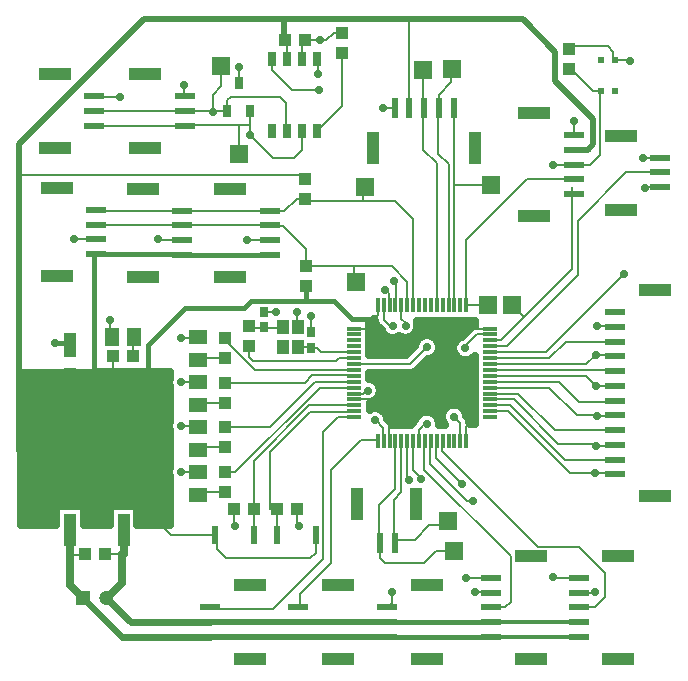
<source format=gbr>
G04 DipTrace 3.2.0.1*
G04 Top.gbr*
%MOIN*%
G04 #@! TF.FileFunction,Copper,L1,Top*
G04 #@! TF.Part,Single*
G04 #@! TA.AperFunction,Conductor*
%ADD14C,0.007874*%
%ADD15C,0.019685*%
%ADD16C,0.015748*%
G04 #@! TA.AperFunction,ViaPad*
%ADD17C,0.027559*%
G04 #@! TA.AperFunction,Conductor*
%ADD18C,0.023622*%
%ADD19C,0.011811*%
G04 #@! TA.AperFunction,CopperBalancing*
%ADD20C,0.025*%
%ADD22R,0.059055X0.059055*%
%ADD23R,0.021654X0.059055*%
%ADD24R,0.043307X0.03937*%
%ADD25R,0.03937X0.043307*%
%ADD26R,0.03937X0.07874*%
%ADD27R,0.027559X0.035433*%
%ADD29R,0.031496X0.041339*%
%ADD30R,0.059055X0.051181*%
%ADD31R,0.051181X0.059055*%
%ADD32R,0.110236X0.03937*%
%ADD33R,0.066929X0.023622*%
%ADD34R,0.03937X0.110236*%
%ADD35R,0.023622X0.066929*%
G04 #@! TA.AperFunction,ComponentPad*
%ADD36R,0.047244X0.047244*%
%ADD37C,0.047244*%
%ADD38R,0.022441X0.018898*%
%ADD40R,0.047244X0.011811*%
%ADD41R,0.011811X0.047244*%
%ADD43R,0.03X0.045*%
%ADD45R,0.03937X0.108268*%
%ADD46R,0.218504X0.242126*%
%ADD47R,0.03937X0.047244*%
G04 #@! TA.AperFunction,ViaPad*
%ADD49C,0.062992*%
%FSLAX26Y26*%
G04*
G70*
G90*
G75*
G01*
G04 Top*
%LPD*%
X1348009Y2605598D2*
D14*
X1354552Y2599055D1*
Y2543879D1*
X1945921Y1644104D2*
X2030329D1*
Y1643927D1*
X1577573Y1407706D2*
X1665501D1*
X1662416Y1406500D1*
X1656314Y1722667D2*
X1656891Y1723244D1*
Y1688377D1*
X1642731Y1674217D1*
X1695684Y1269911D2*
X1693810Y1271785D1*
Y1350385D1*
X1691471D1*
X1951589Y1269911D2*
X1950739D1*
Y1317470D1*
X1983654Y1350385D1*
X1978941D1*
X719402Y1234713D2*
X774848Y1290159D1*
Y1554087D1*
X719402Y1234713D2*
D15*
X461693D1*
Y2155382D1*
D14*
X1414449D1*
Y2143853D1*
X461693Y2155382D2*
D15*
Y2258650D1*
X878327Y2675283D1*
X1345277D1*
Y2605598D1*
X1348009D1*
X1345277Y2675283D2*
X1761841D1*
X2139891D1*
X2248451Y2566723D1*
Y2470058D1*
X2375264Y2343245D1*
Y2258731D1*
X2356008Y2239475D1*
X2309479D1*
X1761841Y2675283D2*
D14*
Y2377962D1*
X1761710D1*
X719402Y1234713D2*
D16*
Y1292827D1*
X890827Y1464252D1*
Y1590236D1*
X1012874Y1712283D1*
X1209724D1*
X1233346Y1735906D1*
X1418386D1*
Y1787087D1*
X719402Y1234713D2*
D14*
X629277Y1324837D1*
Y1471639D1*
X719402Y1234713D2*
Y1202606D1*
X967388Y954619D1*
X1115171D1*
X1119140D1*
Y910312D1*
X1150390Y879063D1*
X1431640D1*
X1449816Y897239D1*
Y954619D1*
X1418386Y1735906D2*
D16*
X1509881D1*
X1571570Y1674217D1*
X1642731D1*
X1577573Y1643927D2*
D14*
X1617745D1*
X1648035Y1674217D1*
X1642731D1*
X1296623Y1889157D2*
D16*
X1005371D1*
X1002589Y1891940D1*
X717892D1*
X712092Y1886140D1*
Y1464252D1*
X705787D1*
X752129Y745930D2*
D17*
X746406Y751654D1*
X760906D1*
X804213Y794961D1*
Y891194D1*
X809165D1*
Y970933D1*
X746207Y891194D2*
D14*
X804213D1*
X752129Y745930D2*
D18*
X832587Y665472D1*
X1098664D1*
X1392126Y665567D2*
D15*
X1098664D1*
Y665472D1*
X1392126Y665567D2*
X1688505D1*
Y664949D1*
D16*
X1827744D1*
X1827835Y665039D1*
X2034528D1*
D19*
X2325866D1*
X1663416Y928671D2*
D14*
X1660462D1*
Y1054310D1*
X1715369Y1109217D1*
Y1269911D1*
X1909121Y901287D2*
X1850259D1*
X1810861Y861890D1*
X1682165D1*
X1663416Y880639D1*
Y928671D1*
X1712629D2*
X1710462D1*
Y1073060D1*
X1735054Y1097652D1*
Y1269911D1*
X1712629Y928671D2*
Y940673D1*
X1779135D1*
X1827416Y988954D1*
X1890827D1*
Y1003622D1*
X1243123Y954619D2*
Y1041234D1*
Y1202375D1*
X1428769Y1388021D1*
X1577573D1*
X1321864Y954619D2*
Y1041234D1*
X1577573Y1368336D2*
X1578780Y1367130D1*
X1431500D1*
X1298241Y1233871D1*
Y1041234D1*
X1321864D1*
X1229409Y2290146D2*
Y2369251D1*
X1230362D1*
X1229409Y2290146D2*
X1308396Y2211159D1*
X1377218D1*
X1404552Y2238493D1*
Y2303381D1*
X1229409Y2290146D2*
Y2321966D1*
X1158543D1*
X1013042D1*
Y2320038D1*
X711152Y2319772D2*
X711419Y2320038D1*
X1013042D1*
X1193101Y2227154D2*
Y2321966D1*
X1158543D1*
X1013042Y2369251D2*
X1105559D1*
X1155559D1*
Y2405272D1*
X1166417Y2416130D1*
X1331772D1*
X1351457Y2396445D1*
Y2303381D1*
X1354552D1*
X711152Y2368984D2*
X711419Y2369251D1*
X1013042D1*
X1108306Y2366396D2*
X1106818D1*
Y2423613D1*
X1134921Y2451717D1*
Y2518492D1*
X1712196Y1801315D2*
X1715736Y1797774D1*
Y1722667D1*
X1715369D1*
X1304552Y2543879D2*
Y2504421D1*
X1371315Y2437659D1*
X1460478D1*
X1454552Y2543879D2*
X1458642D1*
Y2492409D1*
X1682101Y1772642D2*
X1693912Y1760831D1*
Y1722667D1*
X1695684D1*
X2448144Y1206693D2*
X2279995D1*
X2098667Y1388021D1*
X2030329D1*
X2448144Y1305118D2*
X2246668D1*
X2124395Y1427391D1*
X2030329D1*
X2448144Y1403543D2*
X2444752Y1400151D1*
X2328469D1*
X2261858Y1466761D1*
X2030329D1*
X2448144Y1501969D2*
Y1506131D1*
X2030329D1*
X2448144Y1600394D2*
X2282874D1*
X2227982Y1545501D1*
X2030329D1*
X2597520Y2164161D2*
X2485315D1*
X2323898Y2002744D1*
Y1822520D1*
X2086249Y1584871D1*
X2030329D1*
X1577573Y1348651D2*
X1523257D1*
X1473638Y1299031D1*
Y875478D1*
X1308539Y710379D1*
X1100235D1*
Y714685D1*
X1098664D1*
X1392126Y714780D2*
X1397844Y720497D1*
Y758927D1*
X1501063Y862146D1*
Y1172913D1*
X1599488Y1271339D1*
X1654606D1*
X1656314Y1273046D1*
Y1269911D1*
X1688505Y714161D2*
X1702850Y728507D1*
Y766579D1*
X1760906Y1137480D2*
X1754739Y1143647D1*
Y1269911D1*
X1774424D2*
X1772717D1*
Y1172913D1*
X1800276Y1145354D1*
Y1141417D1*
X1949882Y812677D2*
X2034528D1*
X1794109Y1269911D2*
X1792402D1*
Y1306772D1*
X1819961Y1334331D1*
Y1326457D1*
X1981378Y767402D2*
X2034528D1*
Y763465D1*
X1813794Y1269911D2*
X1812087Y1271618D1*
Y1172913D1*
X2099488Y885512D1*
Y731969D1*
X2081772Y714252D1*
X2034528D1*
X1833479Y1269911D2*
X1831772Y1268203D1*
Y1192598D1*
X1953819Y1070551D1*
X1973504D1*
X2241220Y814646D2*
X2243189Y812677D1*
X2325866D1*
X1853164Y1269911D2*
X1851457Y1268203D1*
Y1212283D1*
X1938071Y1125669D1*
X2379016Y767402D2*
Y763465D1*
X2325866D1*
X1872849Y1269911D2*
X1871142Y1268203D1*
Y1235906D1*
X2190039Y917008D1*
X2327835D1*
X2414449Y830394D1*
Y747717D1*
X2380984Y714252D1*
X2325866D1*
X1192961Y2463739D2*
X1195428Y2466206D1*
Y2516720D1*
X1675999Y1722667D2*
X1677299Y1721366D1*
Y1672394D1*
X1697113Y1652580D1*
X1706538D1*
X1577573Y1427391D2*
X1578780Y1426185D1*
X1608664D1*
X1623110Y1440631D1*
Y1436693D1*
X1647726Y1337886D2*
X1649391D1*
X1675196Y1312081D1*
Y1269911D1*
X1675999D1*
X1910198Y1350385D2*
X1931904Y1328678D1*
Y1269911D1*
X1948530Y1578513D2*
Y1585558D1*
X1987214Y1624241D1*
X2030329D1*
X1672941Y2378129D2*
X1673108Y2377962D1*
X1712497D1*
X1414938Y2605598D2*
X1404552D1*
Y2543879D1*
X1414938Y2605598D2*
X1415627Y2604909D1*
X1464891D1*
X1537312Y2630640D2*
X1510849D1*
X1485118Y2604909D1*
X1464891D1*
X1433730Y1630846D2*
X1434490Y1631606D1*
Y1684903D1*
X1277496Y1699589D2*
X1318370D1*
Y1699294D1*
X673388Y745930D2*
D17*
X629638Y789681D1*
Y889988D1*
Y970933D1*
X679278Y891194D2*
D14*
X678072Y889988D1*
X629638D1*
X673388Y745930D2*
D18*
X803059Y616260D1*
X1098664D1*
D15*
X1392126D1*
Y616354D1*
X1688505D1*
Y615736D1*
X1058104Y1464846D2*
D14*
X1001063D1*
Y1464252D1*
X769832Y1616986D2*
X777463D1*
X764843Y1629606D1*
Y1672913D1*
X1058104Y1614846D2*
X1057115Y1613858D1*
X1001063D1*
X1058104Y1314846D2*
X1054367Y1318583D1*
X1001063D1*
X1058104Y1164846D2*
X1057911Y1165039D1*
X1001063D1*
X1181640Y985314D2*
X1176194Y990760D1*
Y1041234D1*
X1394140Y985314D2*
X1388793Y990661D1*
Y1041234D1*
X629277Y1589749D2*
D16*
X624853Y1594173D1*
X579803D1*
X1391182Y1649470D2*
D14*
X1387245Y1653407D1*
Y1700651D1*
X2597520Y2213374D2*
X2595551Y2211406D1*
X2540433D1*
X2448144Y1649606D2*
X2446314Y1651437D1*
X2386991D1*
X711152Y2418197D2*
X713318Y2416031D1*
X798012D1*
X1013042Y2418463D2*
X1011564Y2419941D1*
Y2456350D1*
X1735054Y1722667D2*
X1733346D1*
Y1676850D1*
X1749094Y1661102D1*
Y1653228D1*
X2325866Y615827D2*
D19*
X2034528D1*
D16*
X1857362D1*
X1857272Y615736D1*
X1688505D1*
X2446248Y2538354D2*
D14*
X2442008D1*
Y2567398D1*
X2423984Y2585421D1*
X2294364D1*
Y2576882D1*
X2446248Y2538354D2*
X2497126D1*
Y2534240D1*
X2309479Y2288688D2*
Y2335936D1*
X2311433D1*
X642705Y1943383D2*
X644935Y1941152D1*
X717892D1*
X924833Y1941917D2*
X928380Y1938370D1*
X1005371D1*
X1220152Y1938253D2*
X1220269Y1938370D1*
X1296623D1*
X1414449Y2076924D2*
Y2069050D1*
X1607362D1*
X1714900D1*
X1774424Y2009526D1*
Y1722667D1*
X1607362Y2069050D2*
Y2116917D1*
X1615236D1*
X717892Y2039577D2*
X720675Y2036795D1*
X1005371D1*
X1296623D1*
X1299050Y2034369D1*
X1344299D1*
X1386854Y2076924D1*
X1414449D1*
X1418386Y1854016D2*
X1421020Y1851382D1*
X1575866D1*
X1702920D1*
X1754739Y1799563D1*
Y1722667D1*
X1583740Y1798898D2*
X1575866D1*
Y1851382D1*
X717892Y1990365D2*
X720675Y1987583D1*
X1005371D1*
X1296623D1*
X1298224Y1985982D1*
X1340759D1*
X1418386Y1908354D1*
Y1854016D1*
X1145606Y1613223D2*
Y1602047D1*
X1150669D1*
X1246585Y1506131D1*
X1577573D1*
X1145606Y1463223D2*
X1413420D1*
X1438094Y1487898D1*
X1577573D1*
Y1486446D1*
Y1466761D2*
X1578257Y1466077D1*
X1447770D1*
X1296736Y1315043D1*
X1145608D1*
X1577573Y1447076D2*
X1576585Y1446088D1*
X1463214D1*
X1182169Y1165043D1*
X1145608D1*
X1537312Y2563711D2*
Y2386140D1*
X1454552Y2303381D1*
X1577573Y1545501D2*
X1576881Y1546194D1*
X1526256D1*
X1515732Y1535671D1*
X1240668D1*
X1227501Y1548837D1*
Y1584789D1*
X1058104Y1090043D2*
X1066175Y1098114D1*
X1145608D1*
X1058104Y1240043D2*
X1066175Y1248114D1*
X1145608D1*
X1058104Y1390043D2*
X1064354Y1396294D1*
X1145606D1*
X1058104Y1540043D2*
X1064354Y1546294D1*
X1145606D1*
X841777Y1554087D2*
Y1616986D1*
X844635D1*
X1577573Y1565186D2*
X1467592D1*
X1453113Y1579665D1*
X1433730D1*
X1430854Y1582541D1*
X1391182D1*
X1340001Y1649470D2*
Y1645533D1*
X1277496D1*
Y1648408D1*
X1227501Y1651718D2*
X1232470Y1646749D1*
X1277496D1*
X2448144Y1157480D2*
X2443752Y1161873D1*
X2381450D1*
X2380566Y1160988D1*
X2297031D1*
X2089684Y1368336D1*
X2030329D1*
X2448144Y1255906D2*
X2446024Y1253785D1*
X2382786D1*
X2377507Y1259064D1*
X2258497D1*
X2109856Y1407706D1*
X2030329D1*
X2448144Y1354331D2*
X2446875Y1353062D1*
X2386327D1*
X2384648Y1354740D1*
X2319749D1*
X2227413Y1447076D1*
X2030329D1*
X2448144Y1452756D2*
X2447522Y1453378D1*
X2383966D1*
X2350898Y1486446D1*
X2030329D1*
X2448144Y1551181D2*
X2442092Y1557234D1*
X2382786D1*
X2351369Y1525816D1*
X2030329D1*
X2477441Y1826457D2*
X2216171Y1565186D1*
X2030329D1*
X2597520Y2114949D2*
X2595551Y2116917D1*
X2548307D1*
Y2112980D1*
X2309479Y2141050D2*
X2153749D1*
X1951589Y1938890D1*
Y1722667D1*
X2024685Y1724094D2*
X2023257Y1722667D1*
X1951589D1*
X2309479Y2091837D2*
X2303753Y2097563D1*
Y2115965D1*
Y1841745D1*
X2144764Y1682756D1*
X2066564Y1604556D1*
X2030329D1*
X2103425Y1724094D2*
X2144764Y1682756D1*
X1810923Y2377962D2*
X1808413Y2375453D1*
Y2239542D1*
X1853164Y2194791D1*
Y1722667D1*
X1810923Y2377962D2*
X1808150Y2380735D1*
Y2505239D1*
X1860135Y2377962D2*
X1858374Y2376201D1*
Y2224987D1*
X1892534Y2190827D1*
Y1722667D1*
X1860135Y2377962D2*
X1859331D1*
Y2422997D1*
X1900693Y2464360D1*
Y2509176D1*
X1902638D1*
X1909348Y2377962D2*
X1910512Y2376798D1*
Y2121314D1*
Y1722667D1*
X1912219D1*
X2032559Y2121314D2*
X1910512D1*
X2309479Y2190262D2*
X2310655Y2189087D1*
X2364571D1*
X2398701Y2223217D1*
Y2435205D1*
X2400579D1*
X2374552D1*
X2299804Y2509953D1*
X2294364D1*
X1820717Y1581711D2*
X1764822Y1525816D1*
X1577573D1*
X2241156Y2189087D2*
X2242332Y2190262D1*
X2309479D1*
D17*
X1460478Y2437659D3*
X1682101Y1772642D3*
X1760906Y1137480D3*
X1800276Y1141417D3*
X1949882Y812677D3*
X1819961Y1326457D3*
X1981378Y767402D3*
X1973504Y1070551D3*
X2241220Y814646D3*
X1938071Y1125669D3*
X2379016Y767402D3*
X2477441Y1826457D3*
X2548307Y2112980D3*
X2241156Y2189087D3*
X1108306Y2366396D3*
X1229409Y2290146D3*
X1706538Y1652580D3*
X2386991Y1651437D3*
X1623110Y1436693D3*
X1458642Y2492409D3*
X2382786Y1557234D3*
X1647726Y1337886D3*
X1318370Y1699294D3*
X1945921Y1644104D3*
X1642731Y1674217D3*
X1978941Y1350385D3*
X1691471D3*
X1662416Y1406500D3*
X1820717Y1581711D3*
X1910198Y1350385D3*
X1948530Y1578513D3*
X1464891Y2604909D3*
X2540433Y2211406D3*
D49*
X497126Y1031181D3*
D17*
X2383966Y1453378D3*
X1434490Y1684903D3*
X1181640Y985314D3*
X1001063Y1464252D3*
X2497126Y2534240D3*
X2386327Y1353062D3*
X764843Y1672913D3*
D49*
X497126Y1235906D3*
Y1338268D3*
D17*
X2311433Y2335936D3*
D49*
X497126Y1436693D3*
Y1137480D3*
X926260Y1046929D3*
Y1251654D3*
Y1354016D3*
Y1452441D3*
Y1153228D3*
X819961Y1464252D3*
X705787D3*
X717598Y1046929D3*
D17*
X1001063Y1613858D3*
Y1318583D3*
Y1165039D3*
X1394140Y985314D3*
X2382786Y1253785D3*
X2381450Y1161873D3*
X1672941Y2378129D3*
X1195428Y2516720D3*
X798012Y2416031D3*
X579803Y1594173D3*
X1387245Y1700651D3*
X1702850Y766579D3*
X1712196Y1801315D3*
X1011564Y2456350D3*
X1749094Y1653228D3*
X1220152Y1938253D3*
X924833Y1941917D3*
X642705Y1943383D3*
X1630196Y1645289D2*
D20*
X1658855D1*
X1791065D2*
X1962722D1*
X1630196Y1620420D2*
X1679811D1*
X1774953D2*
X1807093D1*
X1834341D2*
X1937855D1*
X1630196Y1595551D2*
X1780395D1*
X1861039D2*
X1909542D1*
X1630196Y1570682D2*
X1764139D1*
X1861936D2*
X1906528D1*
X1841482Y1545814D2*
X1922532D1*
X1805490Y1520945D2*
X1977722D1*
X1773768Y1496076D2*
X1977722D1*
X1646344Y1471207D2*
X1977722D1*
X1664716Y1446339D2*
X1977722D1*
X1662886Y1421470D2*
X1977722D1*
X1631559Y1396601D2*
X1977722D1*
X1672037Y1371732D2*
X1873550D1*
X1946838D2*
X1977722D1*
X1689476Y1346864D2*
X1782727D1*
X1958787D2*
X1977722D1*
X1980193Y1668075D2*
X1968665D1*
Y1670192D1*
X1785638Y1670157D1*
X1787395Y1665673D1*
X1788870Y1659528D1*
X1789366Y1653228D1*
X1788870Y1646928D1*
X1787395Y1640784D1*
X1784977Y1634945D1*
X1781675Y1629557D1*
X1777571Y1624752D1*
X1772766Y1620648D1*
X1767377Y1617346D1*
X1761539Y1614928D1*
X1755394Y1613453D1*
X1749094Y1612957D1*
X1742795Y1613453D1*
X1736650Y1614928D1*
X1730812Y1617346D1*
X1728344Y1618728D1*
X1721949Y1615374D1*
X1715939Y1613421D1*
X1709698Y1612433D1*
X1703378D1*
X1697137Y1613421D1*
X1691127Y1615374D1*
X1685496Y1618243D1*
X1680384Y1621957D1*
X1675915Y1626426D1*
X1672201Y1631538D1*
X1669100Y1637559D1*
X1654161Y1652632D1*
X1651354Y1656494D1*
X1649186Y1660749D1*
X1647711Y1665290D1*
X1646963Y1670016D1*
X1627676Y1670157D1*
X1627688Y1556240D1*
X1752222Y1556245D1*
X1780569Y1584871D1*
X1781558Y1591113D1*
X1783510Y1597123D1*
X1786379Y1602753D1*
X1790094Y1607866D1*
X1794562Y1612334D1*
X1799675Y1616049D1*
X1805305Y1618917D1*
X1811315Y1620870D1*
X1817557Y1621859D1*
X1823876D1*
X1830118Y1620870D1*
X1836128Y1618917D1*
X1841758Y1616049D1*
X1846871Y1612334D1*
X1851339Y1607866D1*
X1855054Y1602753D1*
X1857923Y1597123D1*
X1859875Y1591113D1*
X1860864Y1584871D1*
Y1578552D1*
X1859875Y1572310D1*
X1857923Y1566300D1*
X1855054Y1560669D1*
X1851339Y1555557D1*
X1846871Y1551088D1*
X1841758Y1547374D1*
X1836128Y1544505D1*
X1830118Y1542552D1*
X1823592Y1541553D1*
X1784584Y1502678D1*
X1780721Y1499871D1*
X1776466Y1497703D1*
X1771925Y1496228D1*
X1767209Y1495481D1*
X1691331Y1495387D1*
X1628067D1*
X1628232Y1476646D1*
X1635555Y1474994D1*
X1641393Y1472575D1*
X1646781Y1469273D1*
X1651587Y1465169D1*
X1655691Y1460364D1*
X1658993Y1454976D1*
X1661411Y1449138D1*
X1662886Y1442993D1*
X1663382Y1436693D1*
X1662886Y1430393D1*
X1661411Y1424248D1*
X1658993Y1418410D1*
X1655691Y1413022D1*
X1651587Y1408217D1*
X1646781Y1404112D1*
X1641393Y1400811D1*
X1635555Y1398392D1*
X1629079Y1396878D1*
X1629443Y1373768D1*
X1635281Y1376186D1*
X1641426Y1377662D1*
X1647726Y1378157D1*
X1654026Y1377662D1*
X1660170Y1376186D1*
X1666009Y1373768D1*
X1671397Y1370466D1*
X1676202Y1366362D1*
X1680306Y1361557D1*
X1683608Y1356169D1*
X1686026Y1350330D1*
X1687502Y1344186D1*
X1687686Y1342628D1*
X1698334Y1331844D1*
X1701141Y1327981D1*
X1703312Y1323717D1*
X1709230Y1322088D1*
X1766462Y1322678D1*
X1769263Y1326534D1*
X1781720Y1339123D1*
X1784078Y1344740D1*
X1787380Y1350128D1*
X1791484Y1354933D1*
X1796290Y1359037D1*
X1801678Y1362339D1*
X1807516Y1364757D1*
X1813661Y1366233D1*
X1819961Y1366728D1*
X1826261Y1366233D1*
X1832405Y1364757D1*
X1838244Y1362339D1*
X1843632Y1359037D1*
X1848437Y1354933D1*
X1852541Y1350128D1*
X1855843Y1344740D1*
X1858261Y1338901D1*
X1859736Y1332757D1*
X1860232Y1326457D1*
X1860122Y1323655D1*
X1879922Y1323848D1*
X1875861Y1329343D1*
X1872992Y1334973D1*
X1871039Y1340983D1*
X1870051Y1347225D1*
Y1353544D1*
X1871039Y1359786D1*
X1872992Y1365796D1*
X1875861Y1371426D1*
X1879575Y1376539D1*
X1884044Y1381007D1*
X1889156Y1384722D1*
X1894787Y1387591D1*
X1900797Y1389543D1*
X1907038Y1390532D1*
X1913358D1*
X1919599Y1389543D1*
X1925609Y1387591D1*
X1931240Y1384722D1*
X1936353Y1381007D1*
X1940821Y1376539D1*
X1944535Y1371426D1*
X1947404Y1365796D1*
X1949357Y1359786D1*
X1950357Y1353260D1*
X1955043Y1348441D1*
X1957849Y1344578D1*
X1960017Y1340323D1*
X1961493Y1335782D1*
X1962240Y1331066D1*
X1962333Y1324695D1*
X1980249Y1324882D1*
X1980251Y1400733D1*
X1980215Y1459788D1*
Y1553668D1*
X1977007Y1550037D1*
X1972201Y1545933D1*
X1966813Y1542631D1*
X1960975Y1540213D1*
X1954830Y1538737D1*
X1948530Y1538241D1*
X1942230Y1538737D1*
X1936086Y1540213D1*
X1930247Y1542631D1*
X1924859Y1545933D1*
X1920054Y1550037D1*
X1915950Y1554842D1*
X1912648Y1560230D1*
X1910230Y1566068D1*
X1908754Y1572213D1*
X1908259Y1578513D1*
X1908754Y1584813D1*
X1910230Y1590958D1*
X1912648Y1596796D1*
X1915950Y1602184D1*
X1920054Y1606989D1*
X1924859Y1611094D1*
X1930247Y1614395D1*
X1937025Y1617079D1*
X1967452Y1647380D1*
X1971315Y1650187D1*
X1975569Y1652354D1*
X1980119Y1653832D1*
X1980215Y1668046D1*
X468837Y1474127D2*
X959505D1*
X468837Y1449259D2*
X961192D1*
X468837Y1424390D2*
X962448D1*
X468837Y1399521D2*
X962448D1*
X468837Y1374652D2*
X962448D1*
X468837Y1349783D2*
X962448D1*
X468837Y1324915D2*
X958787D1*
X468837Y1300046D2*
X962448D1*
X468837Y1275177D2*
X962448D1*
X468837Y1250308D2*
X962448D1*
X468837Y1225440D2*
X962448D1*
X468837Y1200571D2*
X962448D1*
X468837Y1175702D2*
X959720D1*
X468837Y1150833D2*
X960869D1*
X468837Y1125965D2*
X962448D1*
X468837Y1101096D2*
X962448D1*
X468837Y1076227D2*
X962448D1*
X468837Y1051358D2*
X580963D1*
X678329D2*
X760491D1*
X857857D2*
X962448D1*
X468837Y1026490D2*
X580963D1*
X678329D2*
X760491D1*
X857857D2*
X962448D1*
X468837Y1001621D2*
X580963D1*
X678329D2*
X760491D1*
X857857D2*
X962448D1*
X592647Y1051559D2*
X675815D1*
Y988582D1*
X762961Y988563D1*
X762988Y1051559D1*
X855343D1*
Y988582D1*
X964917Y988563D1*
X964941Y1147266D1*
X962762Y1152595D1*
X961287Y1158739D1*
X960791Y1165039D1*
X961287Y1171339D1*
X962762Y1177484D1*
X964938Y1182795D1*
X964941Y1300779D1*
X962762Y1306138D1*
X961287Y1312283D1*
X960791Y1318583D1*
X961287Y1324883D1*
X962762Y1331027D1*
X964938Y1336338D1*
X964941Y1446469D1*
X962762Y1451807D1*
X961287Y1457952D1*
X960791Y1464252D1*
X961287Y1470552D1*
X962762Y1476697D1*
X964938Y1482008D1*
X964941Y1498931D1*
X466307Y1495153D1*
X466319Y988566D1*
X583468Y988563D1*
X583461Y1051559D1*
X592647D1*
D22*
X1909121Y901287D3*
X1890827Y1003622D3*
D23*
X1243123Y954619D3*
X1115171D3*
X1321864D3*
X1449816D3*
D26*
X629277Y1589749D3*
Y1471639D3*
D27*
X1277496Y1699589D3*
Y1648408D3*
X1433730Y1630846D3*
Y1579665D3*
D25*
X2294364Y2576882D3*
Y2509953D3*
D24*
X1414938Y2605598D3*
X1348009D3*
X679278Y891194D3*
X746207D3*
D22*
X1193101Y2227154D3*
X1134921Y2518492D3*
D29*
X1155559Y2369251D3*
X1230362D3*
X1192961Y2463739D3*
D30*
X1058104Y1390043D3*
Y1464846D3*
Y1240043D3*
Y1314846D3*
Y1090043D3*
Y1164846D3*
Y1540043D3*
Y1614846D3*
D31*
X844635Y1616986D3*
X769832D3*
D22*
X1615236Y2116917D3*
X1583740Y1798898D3*
D32*
X2580034Y1084646D3*
Y1771654D3*
D33*
X2448144Y1452756D3*
Y1206693D3*
Y1255906D3*
Y1157480D3*
Y1305118D3*
Y1354331D3*
Y1501969D3*
Y1403543D3*
Y1551181D3*
Y1600394D3*
Y1649606D3*
Y1698819D3*
D32*
X586003Y2112412D3*
Y1819105D3*
D33*
X717892Y1990365D3*
Y1941152D3*
Y2039577D3*
Y1891940D3*
D32*
X1230554Y543425D3*
Y789488D3*
D33*
X1098664Y616260D3*
Y665472D3*
Y714685D3*
D32*
X1524016Y543520D3*
Y789583D3*
D33*
X1392126Y616354D3*
Y665567D3*
Y714780D3*
D32*
X1820395Y542902D3*
Y788965D3*
D33*
X1688505Y615736D3*
Y664949D3*
Y714161D3*
D32*
X2166417Y542992D3*
Y885512D3*
D33*
X2034528Y615827D3*
Y665039D3*
Y714252D3*
Y615827D3*
Y763465D3*
Y812677D3*
D32*
X2457756Y542992D3*
Y885512D3*
D33*
X2325866Y615827D3*
Y665039D3*
Y714252D3*
Y615827D3*
Y763465D3*
Y812677D3*
D32*
X873482Y2109630D3*
Y1816323D3*
D33*
X1005371Y1987583D3*
Y1938370D3*
Y2036795D3*
Y1889157D3*
D32*
X1164734Y2109630D3*
Y1816323D3*
D33*
X1296623Y1987583D3*
Y1938370D3*
Y2036795D3*
Y1889157D3*
D32*
X2465630Y2286209D3*
Y2040146D3*
D33*
X2597520Y2213374D3*
Y2164161D3*
Y2114949D3*
D34*
X1639663Y2246072D3*
X1982182D3*
D35*
X1761710Y2377962D3*
X1810923D3*
X1712497D3*
X1860135D3*
X1909348D3*
D32*
X881152Y2491298D3*
Y2245235D3*
D33*
X1013042Y2418463D3*
Y2369251D3*
Y2320038D3*
D32*
X2177589Y2361522D3*
Y2019003D3*
D33*
X2309479Y2239475D3*
Y2190262D3*
Y2288688D3*
Y2141050D3*
Y2091837D3*
D36*
X673388Y745930D3*
D37*
X752129D3*
D34*
X1785463Y1060560D3*
X1588613D3*
D35*
X1712629Y928671D3*
X1663416D3*
D32*
X579262Y2491031D3*
Y2244969D3*
D33*
X711152Y2418197D3*
Y2368984D3*
Y2319772D3*
D24*
X1388793Y1041234D3*
X1321864D3*
X1176194D3*
X1243123D3*
D25*
X1414449Y2076924D3*
Y2143853D3*
X1418386Y1854016D3*
Y1787087D3*
X1145608Y1098114D3*
Y1165043D3*
Y1248114D3*
Y1315043D3*
X1145606Y1396294D3*
Y1463223D3*
Y1546294D3*
Y1613223D3*
X1227501Y1584789D3*
Y1651718D3*
X1537312Y2563711D3*
Y2630640D3*
D24*
X841777Y1554087D3*
X774848D3*
D38*
X2446248Y2435205D3*
Y2538354D3*
X2400579Y2435205D3*
Y2538354D3*
D22*
X2103425Y1724094D3*
X2024685D3*
D40*
X1577573Y1643927D3*
Y1624241D3*
Y1604556D3*
Y1584871D3*
Y1565186D3*
Y1545501D3*
Y1525816D3*
Y1506131D3*
Y1486446D3*
Y1466761D3*
Y1447076D3*
Y1427391D3*
Y1407706D3*
Y1388021D3*
Y1368336D3*
Y1348651D3*
D41*
X1656314Y1269911D3*
X1675999D3*
X1695684D3*
X1715369D3*
X1735054D3*
X1754739D3*
X1774424D3*
X1794109D3*
X1813794D3*
X1833479D3*
X1853164D3*
X1872849D3*
X1892534D3*
X1912219D3*
X1931904D3*
X1951589D3*
D40*
X2030329Y1348651D3*
Y1368336D3*
Y1388021D3*
Y1407706D3*
Y1427391D3*
Y1447076D3*
Y1466761D3*
Y1486446D3*
Y1506131D3*
Y1525816D3*
Y1545501D3*
Y1565186D3*
Y1584871D3*
Y1604556D3*
Y1624241D3*
Y1643927D3*
D41*
X1951589Y1722667D3*
X1931904D3*
X1912219D3*
X1892534D3*
X1872849D3*
X1853164D3*
X1833479D3*
X1813794D3*
X1794109D3*
X1774424D3*
X1754739D3*
X1735054D3*
X1715369D3*
X1695684D3*
X1675999D3*
X1656314D3*
D43*
X1454552Y2543879D3*
X1404552D3*
X1354552D3*
X1304552D3*
Y2303381D3*
X1354552D3*
X1404552D3*
X1454552D3*
D45*
X629638Y970933D3*
X809165D3*
D46*
X719402Y1234713D3*
D22*
X1808150Y2505239D3*
X1902638Y2509176D3*
X2032559Y2121314D3*
D47*
X1340001Y1582541D3*
X1391182D3*
X1340001Y1649470D3*
X1391182D3*
M02*

</source>
